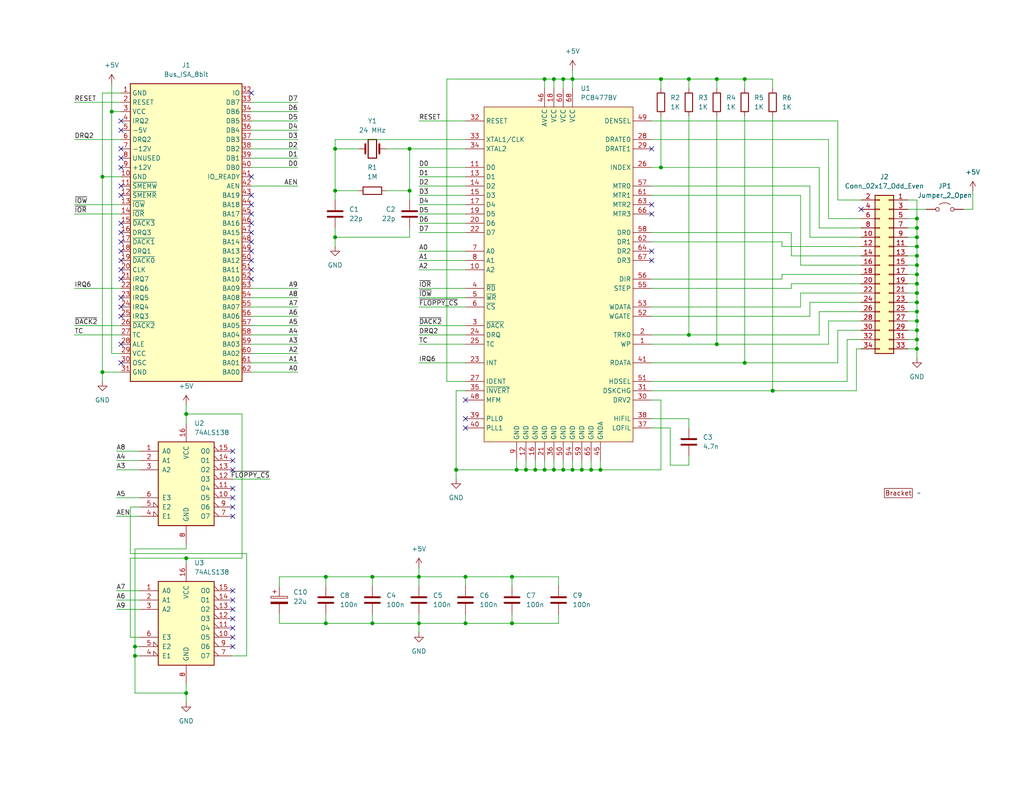
<source format=kicad_sch>
(kicad_sch (version 20250114) (generator "eeschema") (generator_version "9.0")
  (paper "USLetter")
  (title_block (title "Flop Tonight") (date "2024-08-18") (rev "1") (company "Surreality Labs"))
  (lib_symbols
    (symbol "74xx:74LS138" (pin_names (offset 1.016))
      (property "Reference" "U" (at -7.62 11.43 0))
      (property "Value" "74LS138" (at -7.62 -13.97 0))
      (symbol "74LS138_1_0"
        (pin input line (at -12.7 7.62 0) (length 5.08) (name "A0") (number "1"))
        (pin input line (at -12.7 5.08 0) (length 5.08) (name "A1") (number "2"))
        (pin input line (at -12.7 2.54 0) (length 5.08) (name "A2") (number "3"))
        (pin input line (at -12.7 -5.08 0) (length 5.08) (name "E3") (number "6"))
        (pin input input_low (at -12.7 -7.62 0) (length 5.08) (name "E2") (number "5"))
        (pin input input_low (at -12.7 -10.16 0) (length 5.08) (name "E1") (number "4"))
        (pin power_in line (at 0 15.24 270) (length 5.08) (name "VCC") (number "16"))
        (pin power_in line (at 0 -17.78 90) (length 5.08) (name "GND") (number "8"))
        (pin output output_low (at 12.7 7.62 180) (length 5.08) (name "O0") (number "15"))
        (pin output output_low (at 12.7 5.08 180) (length 5.08) (name "O1") (number "14"))
        (pin output output_low (at 12.7 2.54 180) (length 5.08) (name "O2") (number "13"))
        (pin output output_low (at 12.7 0 180) (length 5.08) (name "O3") (number "12"))
        (pin output output_low (at 12.7 -2.54 180) (length 5.08) (name "O4") (number "11"))
        (pin output output_low (at 12.7 -5.08 180) (length 5.08) (name "O5") (number "10"))
        (pin output output_low (at 12.7 -7.62 180) (length 5.08) (name "O6") (number "9"))
        (pin output output_low (at 12.7 -10.16 180) (length 5.08) (name "O7") (number "7"))
      )
      (symbol "74LS138_1_1"
        (rectangle (start -7.62 10.16) (end 7.62 -12.7) (stroke (width 0.254)) (fill (type background)))
      )
    )
    (symbol "Connector:Bus_ISA_8bit"
      (property "Reference" "J" (at 0 42.545 0))
      (property "Value" "Bus_ISA_8bit" (at 0 -42.545 0))
      (symbol "Bus_ISA_8bit_0_1"
        (rectangle (start -15.24 -40.64) (end 15.24 40.64) (stroke (width 0.254)) (fill (type background)))
      )
      (symbol "Bus_ISA_8bit_1_1"
        (pin power_in line (at -17.78 38.1 0) (length 2.54) (name "GND") (number "1"))
        (pin output line (at -17.78 35.56 0) (length 2.54) (name "RESET") (number "2"))
        (pin power_in line (at -17.78 33.02 0) (length 2.54) (name "VCC") (number "3"))
        (pin passive line (at -17.78 30.48 0) (length 2.54) (name "IRQ2") (number "4"))
        (pin power_in line (at -17.78 27.94 0) (length 2.54) (name "-5V") (number "5"))
        (pin passive line (at -17.78 25.4 0) (length 2.54) (name "DRQ2") (number "6"))
        (pin power_in line (at -17.78 22.86 0) (length 2.54) (name "-12V") (number "7"))
        (pin passive line (at -17.78 20.32 0) (length 2.54) (name "UNUSED") (number "8"))
        (pin power_in line (at -17.78 17.78 0) (length 2.54) (name "+12V") (number "9"))
        (pin power_in line (at -17.78 15.24 0) (length 2.54) (name "GND") (number "10"))
        (pin output line (at -17.78 12.7 0) (length 2.54) (name "~{SMEMW}") (number "11"))
        (pin output line (at -17.78 10.16 0) (length 2.54) (name "~{SMEMR}") (number "12"))
        (pin output line (at -17.78 7.62 0) (length 2.54) (name "~{IOW}") (number "13"))
        (pin output line (at -17.78 5.08 0) (length 2.54) (name "~{IOR}") (number "14"))
        (pin passive line (at -17.78 2.54 0) (length 2.54) (name "~{DACK3}") (number "15"))
        (pin passive line (at -17.78 0 0) (length 2.54) (name "DRQ3") (number "16"))
        (pin passive line (at -17.78 -2.54 0) (length 2.54) (name "~{DACK1}") (number "17"))
        (pin passive line (at -17.78 -5.08 0) (length 2.54) (name "DRQ1") (number "18"))
        (pin passive line (at -17.78 -7.62 0) (length 2.54) (name "~{DACK0}") (number "19"))
        (pin output line (at -17.78 -10.16 0) (length 2.54) (name "CLK") (number "20"))
        (pin passive line (at -17.78 -12.7 0) (length 2.54) (name "IRQ7") (number "21"))
        (pin passive line (at -17.78 -15.24 0) (length 2.54) (name "IRQ6") (number "22"))
        (pin passive line (at -17.78 -17.78 0) (length 2.54) (name "IRQ5") (number "23"))
        (pin passive line (at -17.78 -20.32 0) (length 2.54) (name "IRQ4") (number "24"))
        (pin passive line (at -17.78 -22.86 0) (length 2.54) (name "IRQ3") (number "25"))
        (pin passive line (at -17.78 -25.4 0) (length 2.54) (name "~{DACK2}") (number "26"))
        (pin passive line (at -17.78 -27.94 0) (length 2.54) (name "TC") (number "27"))
        (pin output line (at -17.78 -30.48 0) (length 2.54) (name "ALE") (number "28"))
        (pin power_in line (at -17.78 -33.02 0) (length 2.54) (name "VCC") (number "29"))
        (pin output line (at -17.78 -35.56 0) (length 2.54) (name "OSC") (number "30"))
        (pin power_in line (at -17.78 -38.1 0) (length 2.54) (name "GND") (number "31"))
        (pin passive line (at 17.78 38.1 180) (length 2.54) (name "IO") (number "32"))
        (pin tri_state line (at 17.78 35.56 180) (length 2.54) (name "DB7") (number "33"))
        (pin tri_state line (at 17.78 33.02 180) (length 2.54) (name "DB6") (number "34"))
        (pin tri_state line (at 17.78 30.48 180) (length 2.54) (name "DB5") (number "35"))
        (pin tri_state line (at 17.78 27.94 180) (length 2.54) (name "DB4") (number "36"))
        (pin tri_state line (at 17.78 25.4 180) (length 2.54) (name "DB3") (number "37"))
        (pin tri_state line (at 17.78 22.86 180) (length 2.54) (name "DB2") (number "38"))
        (pin tri_state line (at 17.78 20.32 180) (length 2.54) (name "DB1") (number "39"))
        (pin tri_state line (at 17.78 17.78 180) (length 2.54) (name "DB0") (number "40"))
        (pin passive line (at 17.78 15.24 180) (length 2.54) (name "IO_READY") (number "41"))
        (pin output line (at 17.78 12.7 180) (length 2.54) (name "AEN") (number "42"))
        (pin tri_state line (at 17.78 10.16 180) (length 2.54) (name "BA19") (number "43"))
        (pin tri_state line (at 17.78 7.62 180) (length 2.54) (name "BA18") (number "44"))
        (pin tri_state line (at 17.78 5.08 180) (length 2.54) (name "BA17") (number "45"))
        (pin tri_state line (at 17.78 2.54 180) (length 2.54) (name "BA16") (number "46"))
        (pin tri_state line (at 17.78 0 180) (length 2.54) (name "BA15") (number "47"))
        (pin tri_state line (at 17.78 -2.54 180) (length 2.54) (name "BA14") (number "48"))
        (pin tri_state line (at 17.78 -5.08 180) (length 2.54) (name "BA13") (number "49"))
        (pin tri_state line (at 17.78 -7.62 180) (length 2.54) (name "BA12") (number "50"))
        (pin tri_state line (at 17.78 -10.16 180) (length 2.54) (name "BA11") (number "51"))
        (pin tri_state line (at 17.78 -12.7 180) (length 2.54) (name "BA10") (number "52"))
        (pin tri_state line (at 17.78 -15.24 180) (length 2.54) (name "BA09") (number "53"))
        (pin tri_state line (at 17.78 -17.78 180) (length 2.54) (name "BA08") (number "54"))
        (pin tri_state line (at 17.78 -20.32 180) (length 2.54) (name "BA07") (number "55"))
        (pin tri_state line (at 17.78 -22.86 180) (length 2.54) (name "BA06") (number "56"))
        (pin tri_state line (at 17.78 -25.4 180) (length 2.54) (name "BA05") (number "57"))
        (pin tri_state line (at 17.78 -27.94 180) (length 2.54) (name "BA04") (number "58"))
        (pin tri_state line (at 17.78 -30.48 180) (length 2.54) (name "BA03") (number "59"))
        (pin tri_state line (at 17.78 -33.02 180) (length 2.54) (name "BA02") (number "60"))
        (pin tri_state line (at 17.78 -35.56 180) (length 2.54) (name "BA01") (number "61"))
        (pin tri_state line (at 17.78 -38.1 180) (length 2.54) (name "BA00") (number "62"))
      )
    )
    (symbol "Connector_Generic:Conn_02x17_Odd_Even" (pin_names (offset 1.016) (hide yes))
      (property "Reference" "J" (at 1.27 22.86 0))
      (property "Value" "Conn_02x17_Odd_Even" (at 1.27 -22.86 0))
      (symbol "Conn_02x17_Odd_Even_1_1"
        (rectangle (start -1.27 21.59) (end 3.81 -21.59) (stroke (width 0.254)) (fill (type background)))
        (rectangle (start -1.27 20.447) (end 0 20.193) (stroke (width 0.1524)))
        (rectangle (start -1.27 17.907) (end 0 17.653) (stroke (width 0.1524)))
        (rectangle (start -1.27 15.367) (end 0 15.113) (stroke (width 0.1524)))
        (rectangle (start -1.27 12.827) (end 0 12.573) (stroke (width 0.1524)))
        (rectangle (start -1.27 10.287) (end 0 10.033) (stroke (width 0.1524)))
        (rectangle (start -1.27 7.747) (end 0 7.493) (stroke (width 0.1524)))
        (rectangle (start -1.27 5.207) (end 0 4.953) (stroke (width 0.1524)))
        (rectangle (start -1.27 2.667) (end 0 2.413) (stroke (width 0.1524)))
        (rectangle (start -1.27 0.127) (end 0 -0.127) (stroke (width 0.1524)))
        (rectangle (start -1.27 -2.413) (end 0 -2.667) (stroke (width 0.1524)))
        (rectangle (start -1.27 -4.953) (end 0 -5.207) (stroke (width 0.1524)))
        (rectangle (start -1.27 -7.493) (end 0 -7.747) (stroke (width 0.1524)))
        (rectangle (start -1.27 -10.033) (end 0 -10.287) (stroke (width 0.1524)))
        (rectangle (start -1.27 -12.573) (end 0 -12.827) (stroke (width 0.1524)))
        (rectangle (start -1.27 -15.113) (end 0 -15.367) (stroke (width 0.1524)))
        (rectangle (start -1.27 -17.653) (end 0 -17.907) (stroke (width 0.1524)))
        (rectangle (start -1.27 -20.193) (end 0 -20.447) (stroke (width 0.1524)))
        (rectangle (start 3.81 20.447) (end 2.54 20.193) (stroke (width 0.1524)))
        (rectangle (start 3.81 17.907) (end 2.54 17.653) (stroke (width 0.1524)))
        (rectangle (start 3.81 15.367) (end 2.54 15.113) (stroke (width 0.1524)))
        (rectangle (start 3.81 12.827) (end 2.54 12.573) (stroke (width 0.1524)))
        (rectangle (start 3.81 10.287) (end 2.54 10.033) (stroke (width 0.1524)))
        (rectangle (start 3.81 7.747) (end 2.54 7.493) (stroke (width 0.1524)))
        (rectangle (start 3.81 5.207) (end 2.54 4.953) (stroke (width 0.1524)))
        (rectangle (start 3.81 2.667) (end 2.54 2.413) (stroke (width 0.1524)))
        (rectangle (start 3.81 0.127) (end 2.54 -0.127) (stroke (width 0.1524)))
        (rectangle (start 3.81 -2.413) (end 2.54 -2.667) (stroke (width 0.1524)))
        (rectangle (start 3.81 -4.953) (end 2.54 -5.207) (stroke (width 0.1524)))
        (rectangle (start 3.81 -7.493) (end 2.54 -7.747) (stroke (width 0.1524)))
        (rectangle (start 3.81 -10.033) (end 2.54 -10.287) (stroke (width 0.1524)))
        (rectangle (start 3.81 -12.573) (end 2.54 -12.827) (stroke (width 0.1524)))
        (rectangle (start 3.81 -15.113) (end 2.54 -15.367) (stroke (width 0.1524)))
        (rectangle (start 3.81 -17.653) (end 2.54 -17.907) (stroke (width 0.1524)))
        (rectangle (start 3.81 -20.193) (end 2.54 -20.447) (stroke (width 0.1524)))
        (pin passive line (at -5.08 20.32 0) (length 3.81) (name "Pin_1") (number "1"))
        (pin passive line (at -5.08 17.78 0) (length 3.81) (name "Pin_3") (number "3"))
        (pin passive line (at -5.08 15.24 0) (length 3.81) (name "Pin_5") (number "5"))
        (pin passive line (at -5.08 12.7 0) (length 3.81) (name "Pin_7") (number "7"))
        (pin passive line (at -5.08 10.16 0) (length 3.81) (name "Pin_9") (number "9"))
        (pin passive line (at -5.08 7.62 0) (length 3.81) (name "Pin_11") (number "11"))
        (pin passive line (at -5.08 5.08 0) (length 3.81) (name "Pin_13") (number "13"))
        (pin passive line (at -5.08 2.54 0) (length 3.81) (name "Pin_15") (number "15"))
        (pin passive line (at -5.08 0 0) (length 3.81) (name "Pin_17") (number "17"))
        (pin passive line (at -5.08 -2.54 0) (length 3.81) (name "Pin_19") (number "19"))
        (pin passive line (at -5.08 -5.08 0) (length 3.81) (name "Pin_21") (number "21"))
        (pin passive line (at -5.08 -7.62 0) (length 3.81) (name "Pin_23") (number "23"))
        (pin passive line (at -5.08 -10.16 0) (length 3.81) (name "Pin_25") (number "25"))
        (pin passive line (at -5.08 -12.7 0) (length 3.81) (name "Pin_27") (number "27"))
        (pin passive line (at -5.08 -15.24 0) (length 3.81) (name "Pin_29") (number "29"))
        (pin passive line (at -5.08 -17.78 0) (length 3.81) (name "Pin_31") (number "31"))
        (pin passive line (at -5.08 -20.32 0) (length 3.81) (name "Pin_33") (number "33"))
        (pin passive line (at 7.62 20.32 180) (length 3.81) (name "Pin_2") (number "2"))
        (pin passive line (at 7.62 17.78 180) (length 3.81) (name "Pin_4") (number "4"))
        (pin passive line (at 7.62 15.24 180) (length 3.81) (name "Pin_6") (number "6"))
        (pin passive line (at 7.62 12.7 180) (length 3.81) (name "Pin_8") (number "8"))
        (pin passive line (at 7.62 10.16 180) (length 3.81) (name "Pin_10") (number "10"))
        (pin passive line (at 7.62 7.62 180) (length 3.81) (name "Pin_12") (number "12"))
        (pin passive line (at 7.62 5.08 180) (length 3.81) (name "Pin_14") (number "14"))
        (pin passive line (at 7.62 2.54 180) (length 3.81) (name "Pin_16") (number "16"))
        (pin passive line (at 7.62 0 180) (length 3.81) (name "Pin_18") (number "18"))
        (pin passive line (at 7.62 -2.54 180) (length 3.81) (name "Pin_20") (number "20"))
        (pin passive line (at 7.62 -5.08 180) (length 3.81) (name "Pin_22") (number "22"))
        (pin passive line (at 7.62 -7.62 180) (length 3.81) (name "Pin_24") (number "24"))
        (pin passive line (at 7.62 -10.16 180) (length 3.81) (name "Pin_26") (number "26"))
        (pin passive line (at 7.62 -12.7 180) (length 3.81) (name "Pin_28") (number "28"))
        (pin passive line (at 7.62 -15.24 180) (length 3.81) (name "Pin_30") (number "30"))
        (pin passive line (at 7.62 -17.78 180) (length 3.81) (name "Pin_32") (number "32"))
        (pin passive line (at 7.62 -20.32 180) (length 3.81) (name "Pin_34") (number "34"))
      )
    )
    (symbol "Device:C" (pin_numbers (hide yes)) (pin_names (offset 0.254))
      (property "Reference" "C" (at 0.635 2.54 0))
      (property "Value" "C" (at 0.635 -2.54 0))
      (symbol "C_0_1"
        (polyline (pts (xy -2.032 0.762) (xy 2.032 0.762)) (stroke (width 0.508)))
        (polyline (pts (xy -2.032 -0.762) (xy 2.032 -0.762)) (stroke (width 0.508)))
      )
      (symbol "C_1_1"
        (pin passive line (at 0 3.81 270) (length 2.794) (name "~") (number "1"))
        (pin passive line (at 0 -3.81 90) (length 2.794) (name "~") (number "2"))
      )
    )
    (symbol "Device:C_Polarized" (pin_numbers (hide yes)) (pin_names (offset 0.254))
      (property "Reference" "C" (at 0.635 2.54 0))
      (property "Value" "C_Polarized" (at 0.635 -2.54 0))
      (symbol "C_Polarized_0_1"
        (rectangle (start -2.286 0.508) (end 2.286 1.016))
        (polyline (pts (xy -1.778 2.286) (xy -0.762 2.286)))
        (polyline (pts (xy -1.27 2.794) (xy -1.27 1.778)))
        (rectangle (start 2.286 -0.508) (end -2.286 -1.016) (fill (type outline)))
      )
      (symbol "C_Polarized_1_1"
        (pin passive line (at 0 3.81 270) (length 2.794) (name "~") (number "1"))
        (pin passive line (at 0 -3.81 90) (length 2.794) (name "~") (number "2"))
      )
    )
    (symbol "Device:Crystal" (pin_numbers (hide yes)) (pin_names (offset 1.016) (hide yes))
      (property "Reference" "Y" (at 0 3.81 0))
      (property "Value" "Crystal" (at 0 -3.81 0))
      (symbol "Crystal_0_1"
        (polyline (pts (xy -2.54 0) (xy -1.905 0)))
        (polyline (pts (xy -1.905 -1.27) (xy -1.905 1.27)) (stroke (width 0.508)))
        (rectangle (start -1.143 2.54) (end 1.143 -2.54) (stroke (width 0.3048)))
        (polyline (pts (xy 1.905 -1.27) (xy 1.905 1.27)) (stroke (width 0.508)))
        (polyline (pts (xy 2.54 0) (xy 1.905 0)))
      )
      (symbol "Crystal_1_1"
        (pin passive line (at -3.81 0 0) (length 1.27) (name "1") (number "1"))
        (pin passive line (at 3.81 0 180) (length 1.27) (name "2") (number "2"))
      )
    )
    (symbol "Device:R" (pin_numbers (hide yes)) (pin_names (offset 0))
      (property "Reference" "R" (at 2.032 0 90))
      (property "Value" "R" (at 0 0 90))
      (symbol "R_0_1"
        (rectangle (start -1.016 -2.54) (end 1.016 2.54) (stroke (width 0.254)))
      )
      (symbol "R_1_1"
        (pin passive line (at 0 3.81 270) (length 1.27) (name "~") (number "1"))
        (pin passive line (at 0 -3.81 90) (length 1.27) (name "~") (number "2"))
      )
    )
    (symbol "Jumper:Jumper_2_Open" (pin_numbers (hide yes)) (pin_names (offset 0) (hide yes)) (exclude_from_sim yes)
      (property "Reference" "JP" (at 0 2.794 0))
      (property "Value" "Jumper_2_Open" (at 0 -2.286 0))
      (symbol "Jumper_2_Open_0_0"
        (circle (center -2.032 0) (radius 0.508))
        (circle (center 2.032 0) (radius 0.508))
      )
      (symbol "Jumper_2_Open_0_1"
        (arc (start -1.524 1.27) (mid 0 1.778) (end 1.524 1.27))
      )
      (symbol "Jumper_2_Open_1_1"
        (pin passive line (at -5.08 0 0) (length 2.54) (name "A") (number "1"))
        (pin passive line (at 5.08 0 180) (length 2.54) (name "B") (number "2"))
      )
    )
    (symbol "pc-parts:9202"
      (symbol "9202_1_1"
        (rectangle (start -3.81 1.27) (end 3.81 -1.27))
        (text "Bracket" (at 0 0 0) (effects (font (size 1.27 1.27))))
      )
    )
    (symbol "pc-parts:PC8477"
      (property "Reference" "U" (at 0 0 0))
      (symbol "PC8477_1_1"
        (rectangle (start -20.32 45.72) (end 20.32 -45.72) (fill (type background)))
        (pin input line (at -25.4 41.91 0) (length 5.08) (name "RESET") (number "32"))
        (pin input line (at -25.4 36.83 0) (length 5.08) (name "XTAL1/CLK") (number "33"))
        (pin output line (at -25.4 34.29 0) (length 5.08) (name "XTAL2") (number "34"))
        (pin bidirectional line (at -25.4 29.21 0) (length 5.08) (name "D0") (number "11"))
        (pin bidirectional line (at -25.4 26.67 0) (length 5.08) (name "D1") (number "13"))
        (pin bidirectional line (at -25.4 24.13 0) (length 5.08) (name "D2") (number "14"))
        (pin bidirectional line (at -25.4 21.59 0) (length 5.08) (name "D3") (number "15"))
        (pin bidirectional line (at -25.4 19.05 0) (length 5.08) (name "D4") (number "17"))
        (pin bidirectional line (at -25.4 16.51 0) (length 5.08) (name "D5") (number "19"))
        (pin bidirectional line (at -25.4 13.97 0) (length 5.08) (name "D6") (number "20"))
        (pin bidirectional line (at -25.4 11.43 0) (length 5.08) (name "D7") (number "22"))
        (pin input line (at -25.4 6.35 0) (length 5.08) (name "A0") (number "7"))
        (pin input line (at -25.4 3.81 0) (length 5.08) (name "A1") (number "8"))
        (pin input line (at -25.4 1.27 0) (length 5.08) (name "A2") (number "10"))
        (pin input line (at -25.4 -3.81 0) (length 5.08) (name "~{RD}") (number "4"))
        (pin input line (at -25.4 -6.35 0) (length 5.08) (name "~{WR}") (number "5"))
        (pin input line (at -25.4 -8.89 0) (length 5.08) (name "~{CS}") (number "6"))
        (pin input line (at -25.4 -13.97 0) (length 5.08) (name "~{DACK}") (number "3"))
        (pin output line (at -25.4 -16.51 0) (length 5.08) (name "DRQ") (number "24"))
        (pin input line (at -25.4 -19.05 0) (length 5.08) (name "TC") (number "25"))
        (pin output line (at -25.4 -24.13 0) (length 5.08) (name "INT") (number "23"))
        (pin input line (at -25.4 -29.21 0) (length 5.08) (name "IDENT") (number "27"))
        (pin input line (at -25.4 -31.75 0) (length 5.08) (name "~{INVERT}") (number "35"))
        (pin input line (at -25.4 -34.29 0) (length 5.08) (name "MFM") (number "48"))
        (pin passive line (at -25.4 -39.37 0) (length 5.08) (name "PLL0") (number "39"))
        (pin passive line (at -25.4 -41.91 0) (length 5.08) (name "PLL1") (number "40"))
        (pin power_in line (at -11.43 -50.8 90) (length 5.08) (name "GND") (number "9"))
        (pin power_in line (at -8.89 -50.8 90) (length 5.08) (name "GND") (number "12"))
        (pin power_in line (at -6.35 -50.8 90) (length 5.08) (name "GND") (number "16"))
        (pin power_in line (at -3.81 50.8 270) (length 5.08) (name "AVCC") (number "46"))
        (pin power_in line (at -3.81 -50.8 90) (length 5.08) (name "GND") (number "21"))
        (pin power_in line (at -1.27 50.8 270) (length 5.08) (name "VCC") (number "18"))
        (pin power_in line (at -1.27 -50.8 90) (length 5.08) (name "GND") (number "36"))
        (pin power_in line (at 1.27 50.8 270) (length 5.08) (name "VCC") (number "60"))
        (pin power_in line (at 1.27 -50.8 90) (length 5.08) (name "GND") (number "50"))
        (pin power_in line (at 3.81 50.8 270) (length 5.08) (name "VCC") (number "68"))
        (pin power_in line (at 3.81 -50.8 90) (length 5.08) (name "GND") (number "54"))
        (pin power_in line (at 6.35 -50.8 90) (length 5.08) (name "GND") (number "59"))
        (pin power_in line (at 8.89 -50.8 90) (length 5.08) (name "GND") (number "65"))
        (pin power_in line (at 11.43 -50.8 90) (length 5.08) (name "GNDA") (number "45"))
        (pin output line (at 25.4 41.91 180) (length 5.08) (name "DENSEL") (number "49"))
        (pin output line (at 25.4 36.83 180) (length 5.08) (name "DRATE0") (number "28"))
        (pin output line (at 25.4 34.29 180) (length 5.08) (name "DRATE1") (number "29"))
        (pin input line (at 25.4 29.21 180) (length 5.08) (name "INDEX") (number "26"))
        (pin output line (at 25.4 24.13 180) (length 5.08) (name "MTR0") (number "57"))
        (pin output line (at 25.4 21.59 180) (length 5.08) (name "MTR1") (number "61"))
        (pin output line (at 25.4 19.05 180) (length 5.08) (name "MTR2") (number "63"))
        (pin output line (at 25.4 16.51 180) (length 5.08) (name "MTR3") (number "66"))
        (pin output line (at 25.4 11.43 180) (length 5.08) (name "DR0") (number "58"))
        (pin output line (at 25.4 8.89 180) (length 5.08) (name "DR1") (number "62"))
        (pin output line (at 25.4 6.35 180) (length 5.08) (name "DR2") (number "64"))
        (pin output line (at 25.4 3.81 180) (length 5.08) (name "DR3") (number "67"))
        (pin output line (at 25.4 -1.27 180) (length 5.08) (name "DIR") (number "56"))
        (pin output line (at 25.4 -3.81 180) (length 5.08) (name "STEP") (number "55"))
        (pin output line (at 25.4 -8.89 180) (length 5.08) (name "WDATA") (number "53"))
        (pin output line (at 25.4 -11.43 180) (length 5.08) (name "WGATE") (number "52"))
        (pin input line (at 25.4 -16.51 180) (length 5.08) (name "TRK0") (number "2"))
        (pin input line (at 25.4 -19.05 180) (length 5.08) (name "WP") (number "1"))
        (pin input line (at 25.4 -24.13 180) (length 5.08) (name "RDATA") (number "41"))
        (pin output line (at 25.4 -29.21 180) (length 5.08) (name "HDSEL") (number "51"))
        (pin input line (at 25.4 -31.75 180) (length 5.08) (name "DSKCHG") (number "31"))
        (pin input line (at 25.4 -34.29 180) (length 5.08) (name "DRV2") (number "30"))
        (pin passive line (at 25.4 -39.37 180) (length 5.08) (name "HIFIL") (number "38"))
        (pin passive line (at 25.4 -41.91 180) (length 5.08) (name "LOFIL") (number "37"))
      )
    )
    (symbol "power:+5V" (power) (pin_numbers (hide yes)) (pin_names (offset 0) (hide yes))
      (property "Value" "+5V" (at 0 3.556 0))
      (symbol "+5V_0_1"
        (polyline (pts (xy -0.762 1.27) (xy 0 2.54)))
        (polyline (pts (xy 0 2.54) (xy 0.762 1.27)))
        (polyline (pts (xy 0 0) (xy 0 2.54)))
      )
      (symbol "+5V_1_1"
        (pin power_in line (at 0 0 90) (length 0) (name "~") (number "1"))
      )
    )
    (symbol "power:GND" (power) (pin_numbers (hide yes)) (pin_names (offset 0) (hide yes))
      (property "Value" "GND" (at 0 -3.81 0))
      (symbol "GND_0_1"
        (polyline (pts (xy 0 0) (xy 0 -1.27) (xy 1.27 -1.27) (xy 0 -2.54) (xy -1.27 -1.27) (xy 0 -1.27)))
      )
      (symbol "GND_1_1"
        (pin power_in line (at 0 0 270) (length 0) (name "~") (number "1"))
      )
    )
  )
  (junction (at 114.3 170.18))
  (junction (at 140.97 128.27))
  (junction (at 187.96 91.44))
  (junction (at 146.05 128.27))
  (junction (at 50.8 113.03))
  (junction (at 88.9 157.48))
  (junction (at 127 170.18))
  (junction (at 30.48 30.48))
  (junction (at 180.34 21.59))
  (junction (at 36.83 179.07))
  (junction (at 27.94 48.26))
  (junction (at 27.94 101.6))
  (junction (at 101.6 157.48))
  (junction (at 250.19 67.31))
  (junction (at 210.82 106.68))
  (junction (at 124.46 128.27))
  (junction (at 250.19 69.85))
  (junction (at 101.6 170.18))
  (junction (at 153.67 21.59))
  (junction (at 50.8 152.4))
  (junction (at 250.19 95.25))
  (junction (at 250.19 87.63))
  (junction (at 36.83 176.53))
  (junction (at 250.19 82.55))
  (junction (at 153.67 128.27))
  (junction (at 203.2 21.59))
  (junction (at 91.44 40.64))
  (junction (at 250.19 80.01))
  (junction (at 91.44 52.07))
  (junction (at 143.51 128.27))
  (junction (at 111.76 52.07))
  (junction (at 151.13 21.59))
  (junction (at 250.19 74.93))
  (junction (at 250.19 85.09))
  (junction (at 250.19 62.23))
  (junction (at 250.19 90.17))
  (junction (at 158.75 128.27))
  (junction (at 187.96 21.59))
  (junction (at 195.58 21.59))
  (junction (at 114.3 157.48))
  (junction (at 250.19 77.47))
  (junction (at 111.76 40.64))
  (junction (at 148.59 21.59))
  (junction (at 250.19 59.69))
  (junction (at 161.29 128.27))
  (junction (at 148.59 128.27))
  (junction (at 139.7 170.18))
  (junction (at 250.19 72.39))
  (junction (at 250.19 64.77))
  (junction (at 163.83 128.27))
  (junction (at 195.58 93.98))
  (junction (at 50.8 189.23))
  (junction (at 203.2 99.06))
  (junction (at 139.7 157.48))
  (junction (at 88.9 170.18))
  (junction (at 156.21 21.59))
  (junction (at 250.19 92.71))
  (junction (at 180.34 45.72))
  (junction (at 91.44 64.77))
  (junction (at 151.13 128.27))
  (junction (at 127 157.48))
  (junction (at 156.21 128.27))
  (no_connect (at 68.58 53.34))
  (no_connect (at 177.8 68.58))
  (no_connect (at 63.5 123.19))
  (no_connect (at 127 114.3))
  (no_connect (at 33.02 33.02))
  (no_connect (at 234.95 57.15))
  (no_connect (at 33.02 83.82))
  (no_connect (at 68.58 58.42))
  (no_connect (at 33.02 53.34))
  (no_connect (at 68.58 76.2))
  (no_connect (at 33.02 45.72))
  (no_connect (at 33.02 60.96))
  (no_connect (at 33.02 68.58))
  (no_connect (at 63.5 168.91))
  (no_connect (at 63.5 128.27))
  (no_connect (at 33.02 40.64))
  (no_connect (at 63.5 135.89))
  (no_connect (at 33.02 43.18))
  (no_connect (at 68.58 68.58))
  (no_connect (at 63.5 173.99))
  (no_connect (at 177.8 40.64))
  (no_connect (at 68.58 60.96))
  (no_connect (at 63.5 171.45))
  (no_connect (at 33.02 86.36))
  (no_connect (at 177.8 71.12))
  (no_connect (at 33.02 73.66))
  (no_connect (at 33.02 76.2))
  (no_connect (at 177.8 58.42))
  (no_connect (at 68.58 25.4))
  (no_connect (at 63.5 176.53))
  (no_connect (at 68.58 73.66))
  (no_connect (at 63.5 166.37))
  (no_connect (at 63.5 125.73))
  (no_connect (at 33.02 81.28))
  (no_connect (at 68.58 66.04))
  (no_connect (at 33.02 71.12))
  (no_connect (at 177.8 55.88))
  (no_connect (at 63.5 133.35))
  (no_connect (at 63.5 163.83))
  (no_connect (at 33.02 35.56))
  (no_connect (at 68.58 55.88))
  (no_connect (at 63.5 138.43))
  (no_connect (at 63.5 140.97))
  (no_connect (at 33.02 63.5))
  (no_connect (at 127 116.84))
  (no_connect (at 68.58 63.5))
  (no_connect (at 33.02 99.06))
  (no_connect (at 33.02 66.04))
  (no_connect (at 68.58 48.26))
  (no_connect (at 63.5 161.29))
  (no_connect (at 33.02 93.98))
  (no_connect (at 68.58 71.12))
  (no_connect (at 127 109.22))
  (no_connect (at 33.02 50.8))
  (wire (pts (xy 111.76 52.07) (xy 111.76 40.64)))
  (wire (pts (xy 114.3 68.58) (xy 127 68.58)))
  (wire (pts (xy 247.65 54.61) (xy 250.19 54.61)))
  (wire (pts (xy 213.36 76.2) (xy 177.8 76.2)))
  (wire (pts (xy 161.29 125.73) (xy 161.29 128.27)))
  (wire (pts (xy 127 167.64) (xy 127 170.18)))
  (wire (pts (xy 250.19 77.47) (xy 250.19 80.01)))
  (wire (pts (xy 148.59 128.27) (xy 151.13 128.27)))
  (wire (pts (xy 101.6 157.48) (xy 114.3 157.48)))
  (wire (pts (xy 127 157.48) (xy 127 160.02)))
  (wire (pts (xy 30.48 96.52) (xy 33.02 96.52)))
  (wire (pts (xy 101.6 170.18) (xy 114.3 170.18)))
  (wire (pts (xy 228.6 54.61) (xy 228.6 33.02)))
  (wire (pts (xy 265.43 57.15) (xy 265.43 52.07)))
  (wire (pts (xy 213.36 66.04) (xy 177.8 66.04)))
  (wire (pts (xy 114.3 63.5) (xy 127 63.5)))
  (wire (pts (xy 81.28 101.6) (xy 68.58 101.6)))
  (wire (pts (xy 226.06 87.63) (xy 234.95 87.63)))
  (wire (pts (xy 156.21 125.73) (xy 156.21 128.27)))
  (wire (pts (xy 177.8 106.68) (xy 210.82 106.68)))
  (wire (pts (xy 247.65 67.31) (xy 250.19 67.31)))
  (wire (pts (xy 182.88 116.84) (xy 182.88 127)))
  (wire (pts (xy 180.34 45.72) (xy 177.8 45.72)))
  (wire (pts (xy 114.3 83.82) (xy 127 83.82)))
  (wire (pts (xy 247.65 95.25) (xy 250.19 95.25)))
  (wire (pts (xy 187.96 127) (xy 187.96 124.46)))
  (wire (pts (xy 234.95 59.69) (xy 226.06 59.69)))
  (wire (pts (xy 187.96 114.3) (xy 187.96 116.84)))
  (wire (pts (xy 114.3 170.18) (xy 127 170.18)))
  (wire (pts (xy 81.28 99.06) (xy 68.58 99.06)))
  (wire (pts (xy 247.65 59.69) (xy 250.19 59.69)))
  (wire (pts (xy 250.19 95.25) (xy 250.19 97.79)))
  (wire (pts (xy 88.9 157.48) (xy 88.9 160.02)))
  (wire (pts (xy 50.8 113.03) (xy 50.8 115.57)))
  (wire (pts (xy 50.8 153.67) (xy 50.8 152.4)))
  (wire (pts (xy 177.8 99.06) (xy 203.2 99.06)))
  (wire (pts (xy 114.3 93.98) (xy 127 93.98)))
  (wire (pts (xy 67.31 151.13) (xy 35.56 151.13)))
  (wire (pts (xy 50.8 148.59) (xy 50.8 149.86)))
  (wire (pts (xy 66.04 113.03) (xy 50.8 113.03)))
  (wire (pts (xy 124.46 128.27) (xy 124.46 130.81)))
  (wire (pts (xy 114.3 50.8) (xy 127 50.8)))
  (wire (pts (xy 88.9 157.48) (xy 101.6 157.48)))
  (wire (pts (xy 234.95 64.77) (xy 220.98 64.77)))
  (wire (pts (xy 161.29 128.27) (xy 163.83 128.27)))
  (wire (pts (xy 195.58 93.98) (xy 226.06 93.98)))
  (wire (pts (xy 215.9 78.74) (xy 177.8 78.74)))
  (wire (pts (xy 177.8 114.3) (xy 187.96 114.3)))
  (wire (pts (xy 220.98 82.55) (xy 220.98 86.36)))
  (wire (pts (xy 36.83 179.07) (xy 36.83 189.23)))
  (wire (pts (xy 234.95 77.47) (xy 215.9 77.47)))
  (wire (pts (xy 250.19 64.77) (xy 250.19 67.31)))
  (wire (pts (xy 203.2 99.06) (xy 228.6 99.06)))
  (wire (pts (xy 33.02 25.4) (xy 27.94 25.4)))
  (wire (pts (xy 20.32 88.9) (xy 33.02 88.9)))
  (wire (pts (xy 250.19 69.85) (xy 250.19 72.39)))
  (wire (pts (xy 182.88 127) (xy 187.96 127)))
  (wire (pts (xy 180.34 21.59) (xy 187.96 21.59)))
  (wire (pts (xy 226.06 59.69) (xy 226.06 38.1)))
  (wire (pts (xy 210.82 106.68) (xy 233.68 106.68)))
  (wire (pts (xy 68.58 78.74) (xy 81.28 78.74)))
  (wire (pts (xy 177.8 83.82) (xy 218.44 83.82)))
  (wire (pts (xy 30.48 22.86) (xy 30.48 30.48)))
  (wire (pts (xy 180.34 45.72) (xy 223.52 45.72)))
  (wire (pts (xy 148.59 21.59) (xy 148.59 24.13)))
  (wire (pts (xy 114.3 88.9) (xy 127 88.9)))
  (wire (pts (xy 114.3 157.48) (xy 114.3 160.02)))
  (wire (pts (xy 156.21 21.59) (xy 180.34 21.59)))
  (wire (pts (xy 31.75 140.97) (xy 38.1 140.97)))
  (wire (pts (xy 210.82 31.75) (xy 210.82 106.68)))
  (wire (pts (xy 151.13 21.59) (xy 151.13 24.13)))
  (wire (pts (xy 140.97 128.27) (xy 143.51 128.27)))
  (wire (pts (xy 76.2 167.64) (xy 76.2 170.18)))
  (wire (pts (xy 114.3 48.26) (xy 127 48.26)))
  (wire (pts (xy 213.36 74.93) (xy 213.36 76.2)))
  (wire (pts (xy 195.58 31.75) (xy 195.58 93.98)))
  (wire (pts (xy 88.9 167.64) (xy 88.9 170.18)))
  (wire (pts (xy 163.83 125.73) (xy 163.83 128.27)))
  (wire (pts (xy 35.56 152.4) (xy 50.8 152.4)))
  (wire (pts (xy 31.75 135.89) (xy 38.1 135.89)))
  (wire (pts (xy 111.76 40.64) (xy 127 40.64)))
  (wire (pts (xy 67.31 179.07) (xy 67.31 151.13)))
  (wire (pts (xy 151.13 128.27) (xy 153.67 128.27)))
  (wire (pts (xy 250.19 74.93) (xy 250.19 77.47)))
  (wire (pts (xy 20.32 78.74) (xy 33.02 78.74)))
  (wire (pts (xy 114.3 99.06) (xy 127 99.06)))
  (wire (pts (xy 114.3 60.96) (xy 127 60.96)))
  (wire (pts (xy 20.32 91.44) (xy 33.02 91.44)))
  (wire (pts (xy 233.68 106.68) (xy 233.68 95.25)))
  (wire (pts (xy 124.46 128.27) (xy 140.97 128.27)))
  (wire (pts (xy 153.67 125.73) (xy 153.67 128.27)))
  (wire (pts (xy 81.28 33.02) (xy 68.58 33.02)))
  (wire (pts (xy 38.1 138.43) (xy 35.56 138.43)))
  (wire (pts (xy 66.04 152.4) (xy 66.04 113.03)))
  (wire (pts (xy 127 157.48) (xy 139.7 157.48)))
  (wire (pts (xy 234.95 67.31) (xy 213.36 67.31)))
  (wire (pts (xy 151.13 21.59) (xy 153.67 21.59)))
  (wire (pts (xy 247.65 90.17) (xy 250.19 90.17)))
  (wire (pts (xy 127 170.18) (xy 139.7 170.18)))
  (wire (pts (xy 50.8 152.4) (xy 66.04 152.4)))
  (wire (pts (xy 114.3 55.88) (xy 127 55.88)))
  (wire (pts (xy 27.94 101.6) (xy 33.02 101.6)))
  (wire (pts (xy 139.7 157.48) (xy 139.7 160.02)))
  (wire (pts (xy 139.7 157.48) (xy 152.4 157.48)))
  (wire (pts (xy 111.76 52.07) (xy 111.76 54.61)))
  (wire (pts (xy 215.9 69.85) (xy 215.9 63.5)))
  (wire (pts (xy 247.65 72.39) (xy 250.19 72.39)))
  (wire (pts (xy 215.9 77.47) (xy 215.9 78.74)))
  (wire (pts (xy 31.75 128.27) (xy 38.1 128.27)))
  (wire (pts (xy 76.2 157.48) (xy 88.9 157.48)))
  (wire (pts (xy 114.3 53.34) (xy 127 53.34)))
  (wire (pts (xy 220.98 86.36) (xy 177.8 86.36)))
  (wire (pts (xy 114.3 73.66) (xy 127 73.66)))
  (wire (pts (xy 31.75 166.37) (xy 38.1 166.37)))
  (wire (pts (xy 250.19 54.61) (xy 250.19 59.69)))
  (wire (pts (xy 247.65 62.23) (xy 250.19 62.23)))
  (wire (pts (xy 250.19 82.55) (xy 250.19 85.09)))
  (wire (pts (xy 36.83 189.23) (xy 50.8 189.23)))
  (wire (pts (xy 234.95 69.85) (xy 215.9 69.85)))
  (wire (pts (xy 177.8 93.98) (xy 195.58 93.98)))
  (wire (pts (xy 114.3 81.28) (xy 127 81.28)))
  (wire (pts (xy 143.51 128.27) (xy 146.05 128.27)))
  (wire (pts (xy 220.98 64.77) (xy 220.98 50.8)))
  (wire (pts (xy 177.8 104.14) (xy 231.14 104.14)))
  (wire (pts (xy 114.3 167.64) (xy 114.3 170.18)))
  (wire (pts (xy 215.9 63.5) (xy 177.8 63.5)))
  (wire (pts (xy 27.94 48.26) (xy 33.02 48.26)))
  (wire (pts (xy 35.56 173.99) (xy 35.56 152.4)))
  (wire (pts (xy 250.19 80.01) (xy 250.19 82.55)))
  (wire (pts (xy 247.65 74.93) (xy 250.19 74.93)))
  (wire (pts (xy 68.58 88.9) (xy 81.28 88.9)))
  (wire (pts (xy 81.28 38.1) (xy 68.58 38.1)))
  (wire (pts (xy 30.48 30.48) (xy 33.02 30.48)))
  (wire (pts (xy 27.94 48.26) (xy 27.94 101.6)))
  (wire (pts (xy 76.2 160.02) (xy 76.2 157.48)))
  (wire (pts (xy 156.21 19.05) (xy 156.21 21.59)))
  (wire (pts (xy 101.6 157.48) (xy 101.6 160.02)))
  (wire (pts (xy 250.19 67.31) (xy 250.19 69.85)))
  (wire (pts (xy 148.59 21.59) (xy 151.13 21.59)))
  (wire (pts (xy 81.28 40.64) (xy 68.58 40.64)))
  (wire (pts (xy 68.58 81.28) (xy 81.28 81.28)))
  (wire (pts (xy 247.65 85.09) (xy 250.19 85.09)))
  (wire (pts (xy 158.75 128.27) (xy 161.29 128.27)))
  (wire (pts (xy 111.76 62.23) (xy 111.76 64.77)))
  (wire (pts (xy 234.95 54.61) (xy 228.6 54.61)))
  (wire (pts (xy 36.83 176.53) (xy 38.1 176.53)))
  (wire (pts (xy 231.14 92.71) (xy 234.95 92.71)))
  (wire (pts (xy 114.3 91.44) (xy 127 91.44)))
  (wire (pts (xy 81.28 35.56) (xy 68.58 35.56)))
  (wire (pts (xy 234.95 80.01) (xy 218.44 80.01)))
  (wire (pts (xy 220.98 50.8) (xy 177.8 50.8)))
  (wire (pts (xy 81.28 45.72) (xy 68.58 45.72)))
  (wire (pts (xy 38.1 173.99) (xy 35.56 173.99)))
  (wire (pts (xy 68.58 93.98) (xy 81.28 93.98)))
  (wire (pts (xy 114.3 58.42) (xy 127 58.42)))
  (wire (pts (xy 233.68 95.25) (xy 234.95 95.25)))
  (wire (pts (xy 36.83 179.07) (xy 38.1 179.07)))
  (wire (pts (xy 156.21 21.59) (xy 156.21 24.13)))
  (wire (pts (xy 140.97 125.73) (xy 140.97 128.27)))
  (wire (pts (xy 180.34 24.13) (xy 180.34 21.59)))
  (wire (pts (xy 195.58 21.59) (xy 203.2 21.59)))
  (wire (pts (xy 247.65 92.71) (xy 250.19 92.71)))
  (wire (pts (xy 228.6 90.17) (xy 234.95 90.17)))
  (wire (pts (xy 97.79 52.07) (xy 91.44 52.07)))
  (wire (pts (xy 50.8 149.86) (xy 36.83 149.86)))
  (wire (pts (xy 105.41 52.07) (xy 111.76 52.07)))
  (wire (pts (xy 203.2 21.59) (xy 203.2 24.13)))
  (wire (pts (xy 114.3 45.72) (xy 127 45.72)))
  (wire (pts (xy 50.8 189.23) (xy 50.8 186.69)))
  (wire (pts (xy 114.3 33.02) (xy 127 33.02)))
  (wire (pts (xy 187.96 31.75) (xy 187.96 91.44)))
  (wire (pts (xy 68.58 83.82) (xy 81.28 83.82)))
  (wire (pts (xy 234.95 74.93) (xy 213.36 74.93)))
  (wire (pts (xy 223.52 62.23) (xy 223.52 45.72)))
  (wire (pts (xy 27.94 25.4) (xy 27.94 48.26)))
  (wire (pts (xy 247.65 69.85) (xy 250.19 69.85)))
  (wire (pts (xy 226.06 38.1) (xy 177.8 38.1)))
  (wire (pts (xy 27.94 101.6) (xy 27.94 104.14)))
  (wire (pts (xy 187.96 91.44) (xy 223.52 91.44)))
  (wire (pts (xy 139.7 167.64) (xy 139.7 170.18)))
  (wire (pts (xy 148.59 125.73) (xy 148.59 128.27)))
  (wire (pts (xy 213.36 67.31) (xy 213.36 66.04)))
  (wire (pts (xy 151.13 125.73) (xy 151.13 128.27)))
  (wire (pts (xy 139.7 170.18) (xy 152.4 170.18)))
  (wire (pts (xy 127 38.1) (xy 91.44 38.1)))
  (wire (pts (xy 91.44 38.1) (xy 91.44 40.64)))
  (wire (pts (xy 195.58 21.59) (xy 195.58 24.13)))
  (wire (pts (xy 20.32 58.42) (xy 33.02 58.42)))
  (wire (pts (xy 228.6 99.06) (xy 228.6 90.17)))
  (wire (pts (xy 31.75 161.29) (xy 38.1 161.29)))
  (wire (pts (xy 63.5 179.07) (xy 67.31 179.07)))
  (wire (pts (xy 105.41 40.64) (xy 111.76 40.64)))
  (wire (pts (xy 234.95 82.55) (xy 220.98 82.55)))
  (wire (pts (xy 91.44 52.07) (xy 91.44 40.64)))
  (wire (pts (xy 114.3 170.18) (xy 114.3 172.72)))
  (wire (pts (xy 250.19 87.63) (xy 250.19 90.17)))
  (wire (pts (xy 124.46 106.68) (xy 124.46 128.27)))
  (wire (pts (xy 68.58 86.36) (xy 81.28 86.36)))
  (wire (pts (xy 81.28 27.94) (xy 68.58 27.94)))
  (wire (pts (xy 250.19 59.69) (xy 250.19 62.23)))
  (wire (pts (xy 121.92 21.59) (xy 148.59 21.59)))
  (wire (pts (xy 234.95 62.23) (xy 223.52 62.23)))
  (wire (pts (xy 247.65 80.01) (xy 250.19 80.01)))
  (wire (pts (xy 31.75 163.83) (xy 38.1 163.83)))
  (wire (pts (xy 31.75 123.19) (xy 38.1 123.19)))
  (wire (pts (xy 210.82 21.59) (xy 210.82 24.13)))
  (wire (pts (xy 91.44 40.64) (xy 97.79 40.64)))
  (wire (pts (xy 36.83 176.53) (xy 36.83 179.07)))
  (wire (pts (xy 127 106.68) (xy 124.46 106.68)))
  (wire (pts (xy 153.67 21.59) (xy 153.67 24.13)))
  (wire (pts (xy 187.96 21.59) (xy 187.96 24.13)))
  (wire (pts (xy 81.28 50.8) (xy 68.58 50.8)))
  (wire (pts (xy 121.92 104.14) (xy 121.92 21.59)))
  (wire (pts (xy 180.34 128.27) (xy 180.34 109.22)))
  (wire (pts (xy 35.56 138.43) (xy 35.56 151.13)))
  (wire (pts (xy 247.65 64.77) (xy 250.19 64.77)))
  (wire (pts (xy 218.44 72.39) (xy 218.44 53.34)))
  (wire (pts (xy 250.19 72.39) (xy 250.19 74.93)))
  (wire (pts (xy 247.65 77.47) (xy 250.19 77.47)))
  (wire (pts (xy 91.44 64.77) (xy 91.44 67.31)))
  (wire (pts (xy 20.32 55.88) (xy 33.02 55.88)))
  (wire (pts (xy 203.2 21.59) (xy 210.82 21.59)))
  (wire (pts (xy 143.51 125.73) (xy 143.51 128.27)))
  (wire (pts (xy 114.3 157.48) (xy 127 157.48)))
  (wire (pts (xy 30.48 30.48) (xy 30.48 96.52)))
  (wire (pts (xy 223.52 85.09) (xy 234.95 85.09)))
  (wire (pts (xy 180.34 31.75) (xy 180.34 45.72)))
  (wire (pts (xy 127 104.14) (xy 121.92 104.14)))
  (wire (pts (xy 146.05 128.27) (xy 148.59 128.27)))
  (wire (pts (xy 91.44 64.77) (xy 91.44 62.23)))
  (wire (pts (xy 228.6 33.02) (xy 177.8 33.02)))
  (wire (pts (xy 146.05 125.73) (xy 146.05 128.27)))
  (wire (pts (xy 50.8 189.23) (xy 50.8 191.77)))
  (wire (pts (xy 180.34 109.22) (xy 177.8 109.22)))
  (wire (pts (xy 91.44 52.07) (xy 91.44 54.61)))
  (wire (pts (xy 153.67 21.59) (xy 156.21 21.59)))
  (wire (pts (xy 250.19 62.23) (xy 250.19 64.77)))
  (wire (pts (xy 81.28 43.18) (xy 68.58 43.18)))
  (wire (pts (xy 250.19 90.17) (xy 250.19 92.71)))
  (wire (pts (xy 101.6 167.64) (xy 101.6 170.18)))
  (wire (pts (xy 81.28 30.48) (xy 68.58 30.48)))
  (wire (pts (xy 163.83 128.27) (xy 180.34 128.27)))
  (wire (pts (xy 247.65 57.15) (xy 252.73 57.15)))
  (wire (pts (xy 218.44 80.01) (xy 218.44 83.82)))
  (wire (pts (xy 262.89 57.15) (xy 265.43 57.15)))
  (wire (pts (xy 247.65 87.63) (xy 250.19 87.63)))
  (wire (pts (xy 158.75 125.73) (xy 158.75 128.27)))
  (wire (pts (xy 31.75 125.73) (xy 38.1 125.73)))
  (wire (pts (xy 203.2 31.75) (xy 203.2 99.06)))
  (wire (pts (xy 187.96 21.59) (xy 195.58 21.59)))
  (wire (pts (xy 81.28 96.52) (xy 68.58 96.52)))
  (wire (pts (xy 20.32 27.94) (xy 33.02 27.94)))
  (wire (pts (xy 218.44 53.34) (xy 177.8 53.34)))
  (wire (pts (xy 50.8 110.49) (xy 50.8 113.03)))
  (wire (pts (xy 88.9 170.18) (xy 101.6 170.18)))
  (wire (pts (xy 20.32 38.1) (xy 33.02 38.1)))
  (wire (pts (xy 156.21 128.27) (xy 158.75 128.27)))
  (wire (pts (xy 250.19 85.09) (xy 250.19 87.63)))
  (wire (pts (xy 231.14 104.14) (xy 231.14 92.71)))
  (wire (pts (xy 114.3 154.94) (xy 114.3 157.48)))
  (wire (pts (xy 114.3 78.74) (xy 127 78.74)))
  (wire (pts (xy 36.83 149.86) (xy 36.83 176.53)))
  (wire (pts (xy 76.2 170.18) (xy 88.9 170.18)))
  (wire (pts (xy 226.06 93.98) (xy 226.06 87.63)))
  (wire (pts (xy 177.8 116.84) (xy 182.88 116.84)))
  (wire (pts (xy 250.19 92.71) (xy 250.19 95.25)))
  (wire (pts (xy 63.5 130.81) (xy 73.66 130.81)))
  (wire (pts (xy 152.4 157.48) (xy 152.4 160.02)))
  (wire (pts (xy 177.8 91.44) (xy 187.96 91.44)))
  (wire (pts (xy 247.65 82.55) (xy 250.19 82.55)))
  (wire (pts (xy 223.52 91.44) (xy 223.52 85.09)))
  (wire (pts (xy 152.4 170.18) (xy 152.4 167.64)))
  (wire (pts (xy 114.3 71.12) (xy 127 71.12)))
  (wire (pts (xy 153.67 128.27) (xy 156.21 128.27)))
  (wire (pts (xy 234.95 72.39) (xy 218.44 72.39)))
  (wire (pts (xy 68.58 91.44) (xy 81.28 91.44)))
  (wire (pts (xy 111.76 64.77) (xy 91.44 64.77)))
  (label "~{IOR}" (at 20.32 58.42 0))
  (label "D0" (at 114.3 45.72 0))
  (label "D0" (at 81.28 45.72 180))
  (label "A7" (at 31.75 161.29 0))
  (label "~{IOW}" (at 114.3 81.28 0))
  (label "DRQ2" (at 114.3 91.44 0))
  (label "A4" (at 31.75 125.73 0))
  (label "RESET" (at 20.32 27.94 0))
  (label "A4" (at 81.28 91.44 180))
  (label "A7" (at 81.28 83.82 180))
  (label "A6" (at 31.75 163.83 0))
  (label "A8" (at 81.28 81.28 180))
  (label "D2" (at 81.28 40.64 180))
  (label "A5" (at 31.75 135.89 0))
  (label "A0" (at 114.3 68.58 0))
  (label "A1" (at 114.3 71.12 0))
  (label "~{FLOPPY_CS}" (at 114.3 83.82 0))
  (label "A3" (at 81.28 93.98 180))
  (label "D4" (at 81.28 35.56 180))
  (label "~{IOW}" (at 20.32 55.88 0))
  (label "D6" (at 81.28 30.48 180))
  (label "A1" (at 81.28 99.06 180))
  (label "D2" (at 114.3 50.8 0))
  (label "AEN" (at 31.75 140.97 0))
  (label "~{FLOPPY_CS}" (at 73.66 130.81 180))
  (label "D3" (at 81.28 38.1 180))
  (label "D5" (at 114.3 58.42 0))
  (label "RESET" (at 114.3 33.02 0))
  (label "~{DACK2}" (at 114.3 88.9 0))
  (label "AEN" (at 81.28 50.8 180))
  (label "A3" (at 31.75 128.27 0))
  (label "DRQ2" (at 20.32 38.1 0))
  (label "D5" (at 81.28 33.02 180))
  (label "D1" (at 81.28 43.18 180))
  (label "~{DACK2}" (at 20.32 88.9 0))
  (label "IRQ6" (at 114.3 99.06 0))
  (label "IRQ6" (at 20.32 78.74 0))
  (label "D7" (at 114.3 63.5 0))
  (label "A2" (at 81.28 96.52 180))
  (label "D7" (at 81.28 27.94 180))
  (label "D3" (at 114.3 53.34 0))
  (label "D4" (at 114.3 55.88 0))
  (label "~{IOR}" (at 114.3 78.74 0))
  (label "A2" (at 114.3 73.66 0))
  (label "D6" (at 114.3 60.96 0))
  (label "A6" (at 81.28 86.36 180))
  (label "A9" (at 81.28 78.74 180))
  (label "D1" (at 114.3 48.26 0))
  (label "A0" (at 81.28 101.6 180))
  (label "A8" (at 31.75 123.19 0))
  (label "TC" (at 20.32 91.44 0))
  (label "A5" (at 81.28 88.9 180))
  (label "A9" (at 31.75 166.37 0))
  (label "TC" (at 114.3 93.98 0))
  (symbol (lib_id "Connector_Generic:Conn_02x17_Odd_Even") (at 242.57 74.93 0) (mirror y) (unit 1)
    (property "Reference" "J2" (at 241.3 48.26 0))
    (property "Value" "Conn_02x17_Odd_Even" (at 241.3 50.8 0))
    (property "Footprint" "Connector_IDC:IDC-Header_2x17_P2.54mm_Vertical" (effects (hide yes)))
    (property "Description" "Generic connector, double row, 02x17, odd/even pin numbering scheme (row 1 odd numbers, row 2 even numbers), script generated (kicad-library-utils/schlib/autogen/connector/)" (effects (hide yes)))
  )
  (symbol (lib_id "Device:C") (at 88.9 163.83 0) (unit 1)
    (property "Reference" "C8" (at 92.71 162.5599 0) (effects (justify left)))
    (property "Value" "100n" (at 92.71 165.0999 0) (effects (justify left)))
    (property "Footprint" "Capacitor_SMD:C_0603_1608Metric_Pad1.08x0.95mm_HandSolder" (effects (hide yes)))
    (property "Description" "Unpolarized capacitor" (effects (hide yes)))
  )
  (symbol (lib_id "power:GND") (at 114.3 172.72 0) (unit 1)
    (property "Reference" "#PWR010" (effects (hide yes)))
    (property "Value" "GND" (at 114.3 177.8 0))
    (property "Description" "Power symbol creates a global label with name \"GND\" , ground" (effects (hide yes)))
  )
  (symbol (lib_id "Device:C") (at 139.7 163.83 0) (unit 1)
    (property "Reference" "C7" (at 143.51 162.5599 0) (effects (justify left)))
    (property "Value" "100n" (at 143.51 165.0999 0) (effects (justify left)))
    (property "Footprint" "Capacitor_SMD:C_0603_1608Metric_Pad1.08x0.95mm_HandSolder" (effects (hide yes)))
    (property "Description" "Unpolarized capacitor" (effects (hide yes)))
  )
  (symbol (lib_id "Device:C") (at 114.3 163.83 0) (unit 1)
    (property "Reference" "C5" (at 118.11 162.5599 0) (effects (justify left)))
    (property "Value" "100n" (at 118.11 165.0999 0) (effects (justify left)))
    (property "Footprint" "Capacitor_SMD:C_0603_1608Metric_Pad1.08x0.95mm_HandSolder" (effects (hide yes)))
    (property "Description" "Unpolarized capacitor" (effects (hide yes)))
  )
  (symbol (lib_id "Device:R") (at 195.58 27.94 0) (unit 1)
    (property "Reference" "R4" (at 198.12 26.6699 0) (effects (justify left)))
    (property "Value" "1K" (at 198.12 29.2099 0) (effects (justify left)))
    (property "Footprint" "Resistor_SMD:R_0603_1608Metric_Pad0.98x0.95mm_HandSolder" (effects (hide yes)))
    (property "Description" "Resistor" (effects (hide yes)))
  )
  (symbol (lib_id "power:+5V") (at 30.48 22.86 0) (unit 1)
    (property "Reference" "#PWR08" (effects (hide yes)))
    (property "Value" "+5V" (at 30.48 17.78 0))
    (property "Description" "Power symbol creates a global label with name \"+5V\"" (effects (hide yes)))
  )
  (symbol (lib_id "power:GND") (at 250.19 97.79 0) (unit 1)
    (property "Reference" "#PWR06" (effects (hide yes)))
    (property "Value" "GND" (at 250.19 102.87 0))
    (property "Description" "Power symbol creates a global label with name \"GND\" , ground" (effects (hide yes)))
  )
  (symbol (lib_id "Device:C") (at 111.76 58.42 0) (mirror y) (unit 1)
    (property "Reference" "C2" (at 107.95 57.1499 0) (effects (justify left)))
    (property "Value" "22p" (at 107.95 59.6899 0) (effects (justify left)))
    (property "Footprint" "Capacitor_SMD:C_0603_1608Metric_Pad1.08x0.95mm_HandSolder" (effects (hide yes)))
    (property "Description" "Unpolarized capacitor" (effects (hide yes)))
  )
  (symbol (lib_id "Device:C") (at 91.44 58.42 0) (unit 1)
    (property "Reference" "C1" (at 95.25 57.1499 0) (effects (justify left)))
    (property "Value" "22p" (at 95.25 59.6899 0) (effects (justify left)))
    (property "Footprint" "Capacitor_SMD:C_0603_1608Metric_Pad1.08x0.95mm_HandSolder" (effects (hide yes)))
    (property "Description" "Unpolarized capacitor" (effects (hide yes)))
  )
  (symbol (lib_id "Device:R") (at 203.2 27.94 0) (unit 1)
    (property "Reference" "R5" (at 205.74 26.6699 0) (effects (justify left)))
    (property "Value" "1K" (at 205.74 29.2099 0) (effects (justify left)))
    (property "Footprint" "Resistor_SMD:R_0603_1608Metric_Pad0.98x0.95mm_HandSolder" (effects (hide yes)))
    (property "Description" "Resistor" (effects (hide yes)))
  )
  (symbol (lib_id "power:+5V") (at 156.21 19.05 0) (unit 1)
    (property "Reference" "#PWR05" (effects (hide yes)))
    (property "Value" "+5V" (at 156.21 13.97 0))
    (property "Description" "Power symbol creates a global label with name \"+5V\"" (effects (hide yes)))
  )
  (symbol (lib_id "74xx:74LS138") (at 50.8 168.91 0) (unit 1)
    (property "Reference" "U3" (at 52.9941 153.67 0) (effects (justify left)))
    (property "Value" "74ALS138" (at 52.9941 156.21 0) (effects (justify left)))
    (property "Footprint" "Package_DIP:DIP-16_W7.62mm" (effects (hide yes)))
    (property "Datasheet" "http://www.ti.com/lit/gpn/sn74LS138" (effects (hide yes)))
    (property "Description" "Decoder 3 to 8 active low outputs" (effects (hide yes)))
  )
  (symbol (lib_id "pc-parts:9202") (at 245.11 134.62 0) (unit 1)
    (property "Reference" "BRACKET1" (effects (hide yes)))
    (property "Value" "~" (at 250.19 134.62 0) (effects (justify left)))
    (property "Footprint" "pc-parts:PC_BRACKET_ISA_KEYSTONE_9202_Rev1" (effects (hide yes)))
  )
  (symbol (lib_id "Connector:Bus_ISA_8bit") (at 50.8 63.5 0) (unit 1)
    (property "Reference" "J1" (at 50.8 17.78 0))
    (property "Value" "Bus_ISA_8bit" (at 50.8 20.32 0))
    (property "Footprint" "pc-parts:BUS_AT_8BIT" (effects (hide yes)))
    (property "Datasheet" "https://en.wikipedia.org/wiki/Industry_Standard_Architecture" (effects (hide yes)))
    (property "Description" "8-bit ISA-PC bus connector" (effects (hide yes)))
  )
  (symbol (lib_id "74xx:74LS138") (at 50.8 130.81 0) (unit 1)
    (property "Reference" "U2" (at 52.9941 115.57 0) (effects (justify left)))
    (property "Value" "74ALS138" (at 52.9941 118.11 0) (effects (justify left)))
    (property "Footprint" "Package_DIP:DIP-16_W7.62mm" (effects (hide yes)))
    (property "Datasheet" "http://www.ti.com/lit/gpn/sn74LS138" (effects (hide yes)))
    (property "Description" "Decoder 3 to 8 active low outputs" (effects (hide yes)))
  )
  (symbol (lib_id "Device:C") (at 187.96 120.65 0) (unit 1)
    (property "Reference" "C3" (at 191.77 119.3799 0) (effects (justify left)))
    (property "Value" "4.7n" (at 191.77 121.9199 0) (effects (justify left)))
    (property "Footprint" "Capacitor_SMD:C_0603_1608Metric_Pad1.08x0.95mm_HandSolder" (effects (hide yes)))
    (property "Description" "Unpolarized capacitor" (effects (hide yes)))
  )
  (symbol (lib_id "pc-parts:PC8477") (at 152.4 74.93 0) (unit 1)
    (property "Reference" "U1" (at 158.4041 24.13 0) (effects (justify left)))
    (property "Value" "PC8477BV" (at 158.4041 26.67 0) (effects (justify left)))
    (property "Footprint" "Package_LCC:PLCC-68_THT-Socket" (effects (hide yes)))
  )
  (symbol (lib_id "Device:C_Polarized") (at 76.2 163.83 0) (unit 1)
    (property "Reference" "C10" (at 80.01 161.6709 0) (effects (justify left)))
    (property "Value" "22u" (at 80.01 164.2109 0) (effects (justify left)))
    (property "Footprint" "Capacitor_SMD:CP_Elec_5x5.3" (effects (hide yes)))
    (property "Description" "Polarized capacitor" (effects (hide yes)))
  )
  (symbol (lib_id "power:GND") (at 27.94 104.14 0) (unit 1)
    (property "Reference" "#PWR09" (effects (hide yes)))
    (property "Value" "GND" (at 27.94 109.22 0))
    (property "Description" "Power symbol creates a global label with name \"GND\" , ground" (effects (hide yes)))
  )
  (symbol (lib_id "power:+5V") (at 114.3 154.94 0) (unit 1)
    (property "Reference" "#PWR011" (effects (hide yes)))
    (property "Value" "+5V" (at 114.3 149.86 0))
    (property "Description" "Power symbol creates a global label with name \"+5V\"" (effects (hide yes)))
  )
  (symbol (lib_id "Device:R") (at 101.6 52.07 270) (unit 1)
    (property "Reference" "R1" (at 101.6 45.72 90))
    (property "Value" "1M" (at 101.6 48.26 90))
    (property "Footprint" "Resistor_SMD:R_0603_1608Metric_Pad0.98x0.95mm_HandSolder" (effects (hide yes)))
    (property "Description" "Resistor" (effects (hide yes)))
  )
  (symbol (lib_id "Device:C") (at 101.6 163.83 0) (unit 1)
    (property "Reference" "C4" (at 105.41 162.5599 0) (effects (justify left)))
    (property "Value" "100n" (at 105.41 165.0999 0) (effects (justify left)))
    (property "Footprint" "Capacitor_SMD:C_0603_1608Metric_Pad1.08x0.95mm_HandSolder" (effects (hide yes)))
    (property "Description" "Unpolarized capacitor" (effects (hide yes)))
  )
  (symbol (lib_id "Device:C") (at 127 163.83 0) (unit 1)
    (property "Reference" "C6" (at 130.81 162.5599 0) (effects (justify left)))
    (property "Value" "100n" (at 130.81 165.0999 0) (effects (justify left)))
    (property "Footprint" "Capacitor_SMD:C_0603_1608Metric_Pad1.08x0.95mm_HandSolder" (effects (hide yes)))
    (property "Description" "Unpolarized capacitor" (effects (hide yes)))
  )
  (symbol (lib_id "Device:R") (at 180.34 27.94 0) (unit 1)
    (property "Reference" "R2" (at 182.88 26.6699 0) (effects (justify left)))
    (property "Value" "1K" (at 182.88 29.2099 0) (effects (justify left)))
    (property "Footprint" "Resistor_SMD:R_0603_1608Metric_Pad0.98x0.95mm_HandSolder" (effects (hide yes)))
    (property "Description" "Resistor" (effects (hide yes)))
  )
  (symbol (lib_id "Device:Crystal") (at 101.6 40.64 0) (unit 1)
    (property "Reference" "Y1" (at 101.6 33.02 0))
    (property "Value" "24 MHz" (at 101.6 35.56 0))
    (property "Footprint" "Crystal:Crystal_HC49-U_Vertical" (effects (hide yes)))
    (property "Description" "Two pin crystal" (effects (hide yes)))
  )
  (symbol (lib_id "Device:R") (at 187.96 27.94 0) (unit 1)
    (property "Reference" "R3" (at 190.5 26.6699 0) (effects (justify left)))
    (property "Value" "1K" (at 190.5 29.2099 0) (effects (justify left)))
    (property "Footprint" "Resistor_SMD:R_0603_1608Metric_Pad0.98x0.95mm_HandSolder" (effects (hide yes)))
    (property "Description" "Resistor" (effects (hide yes)))
  )
  (symbol (lib_id "Device:C") (at 152.4 163.83 0) (unit 1)
    (property "Reference" "C9" (at 156.21 162.5599 0) (effects (justify left)))
    (property "Value" "100n" (at 156.21 165.0999 0) (effects (justify left)))
    (property "Footprint" "Capacitor_SMD:C_0603_1608Metric_Pad1.08x0.95mm_HandSolder" (effects (hide yes)))
    (property "Description" "Unpolarized capacitor" (effects (hide yes)))
  )
  (symbol (lib_id "power:+5V") (at 50.8 110.49 0) (unit 1)
    (property "Reference" "#PWR01" (effects (hide yes)))
    (property "Value" "+5V" (at 50.8 105.41 0))
    (property "Description" "Power symbol creates a global label with name \"+5V\"" (effects (hide yes)))
  )
  (symbol (lib_id "power:GND") (at 50.8 191.77 0) (unit 1)
    (property "Reference" "#PWR02" (effects (hide yes)))
    (property "Value" "GND" (at 50.8 196.85 0))
    (property "Description" "Power symbol creates a global label with name \"GND\" , ground" (effects (hide yes)))
  )
  (symbol (lib_id "power:+5V") (at 265.43 52.07 0) (unit 1)
    (property "Reference" "#PWR07" (effects (hide yes)))
    (property "Value" "+5V" (at 265.43 46.99 0))
    (property "Description" "Power symbol creates a global label with name \"+5V\"" (effects (hide yes)))
  )
  (symbol (lib_id "Jumper:Jumper_2_Open") (at 257.81 57.15 0) (unit 1) (exclude_from_sim yes)
    (property "Reference" "JP1" (at 257.81 50.8 0))
    (property "Value" "Jumper_2_Open" (at 257.81 53.34 0))
    (property "Footprint" "Connector_PinHeader_2.54mm:PinHeader_1x02_P2.54mm_Vertical" (effects (hide yes)))
    (property "Description" "Jumper, 2-pole, open" (effects (hide yes)))
  )
  (symbol (lib_id "Device:R") (at 210.82 27.94 0) (unit 1)
    (property "Reference" "R6" (at 213.36 26.6699 0) (effects (justify left)))
    (property "Value" "1K" (at 213.36 29.2099 0) (effects (justify left)))
    (property "Footprint" "Resistor_SMD:R_0603_1608Metric_Pad0.98x0.95mm_HandSolder" (effects (hide yes)))
    (property "Description" "Resistor" (effects (hide yes)))
  )
  (symbol (lib_id "power:GND") (at 124.46 130.81 0) (unit 1)
    (property "Reference" "#PWR04" (effects (hide yes)))
    (property "Value" "GND" (at 124.46 135.89 0))
    (property "Description" "Power symbol creates a global label with name \"GND\" , ground" (effects (hide yes)))
  )
  (symbol (lib_id "power:GND") (at 91.44 67.31 0) (unit 1)
    (property "Reference" "#PWR03" (effects (hide yes)))
    (property "Value" "GND" (at 91.44 72.39 0))
    (property "Description" "Power symbol creates a global label with name \"GND\" , ground" (effects (hide yes)))
  )
)
</source>
